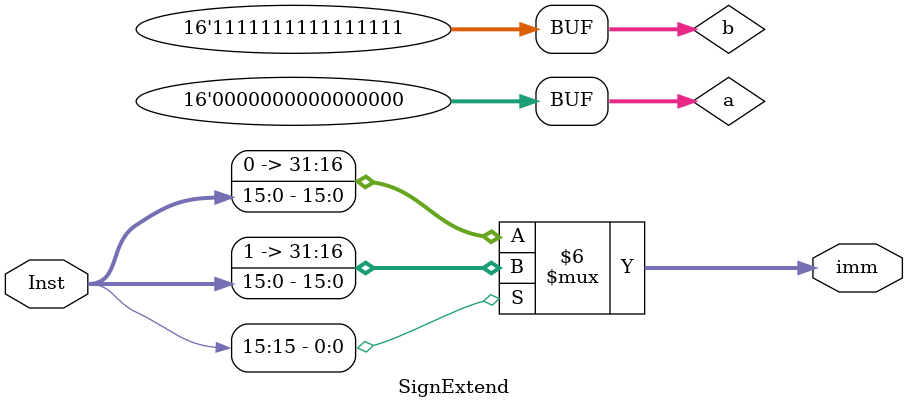
<source format=v>
/**************************************************************************************************/
/**************************************************************************************************/
/*****************************		Author: Alyaa Mohamed 	***************************************/
/*****************************		Module: Sign Extend   	***************************************/
/**************************************************************************************************/
/**************************************************************************************************/

module SignExtend
(

	input 	wire 	[15:0] Inst		,
	output 	reg 	[31:0] imm 

);

	reg [15:0] a = 16'b0			;
	reg [15:0] b = 16'hffff			;

/***************************************************************************************************/
/***************************************************************************************************/

	always @(*)
		begin
			
			if (Inst[15]==1)
				
					imm= {b,Inst}	;
				
			else 
				
					imm= {a,Inst}	;
				
		
		end

endmodule
</source>
